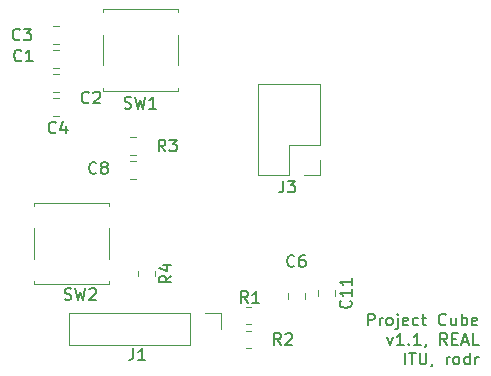
<source format=gbr>
%TF.GenerationSoftware,KiCad,Pcbnew,(5.1.10)-1*%
%TF.CreationDate,2022-01-02T17:41:35+01:00*%
%TF.ProjectId,3DESPWrover,33444553-5057-4726-9f76-65722e6b6963,rev?*%
%TF.SameCoordinates,Original*%
%TF.FileFunction,Legend,Top*%
%TF.FilePolarity,Positive*%
%FSLAX46Y46*%
G04 Gerber Fmt 4.6, Leading zero omitted, Abs format (unit mm)*
G04 Created by KiCad (PCBNEW (5.1.10)-1) date 2022-01-02 17:41:35*
%MOMM*%
%LPD*%
G01*
G04 APERTURE LIST*
%ADD10C,0.150000*%
%ADD11C,0.120000*%
G04 APERTURE END LIST*
D10*
X230202309Y-86051380D02*
X230202309Y-85051380D01*
X230583261Y-85051380D01*
X230678500Y-85099000D01*
X230726119Y-85146619D01*
X230773738Y-85241857D01*
X230773738Y-85384714D01*
X230726119Y-85479952D01*
X230678500Y-85527571D01*
X230583261Y-85575190D01*
X230202309Y-85575190D01*
X231202309Y-86051380D02*
X231202309Y-85384714D01*
X231202309Y-85575190D02*
X231249928Y-85479952D01*
X231297547Y-85432333D01*
X231392785Y-85384714D01*
X231488023Y-85384714D01*
X231964214Y-86051380D02*
X231868976Y-86003761D01*
X231821357Y-85956142D01*
X231773738Y-85860904D01*
X231773738Y-85575190D01*
X231821357Y-85479952D01*
X231868976Y-85432333D01*
X231964214Y-85384714D01*
X232107071Y-85384714D01*
X232202309Y-85432333D01*
X232249928Y-85479952D01*
X232297547Y-85575190D01*
X232297547Y-85860904D01*
X232249928Y-85956142D01*
X232202309Y-86003761D01*
X232107071Y-86051380D01*
X231964214Y-86051380D01*
X232726119Y-85384714D02*
X232726119Y-86241857D01*
X232678500Y-86337095D01*
X232583261Y-86384714D01*
X232535642Y-86384714D01*
X232726119Y-85051380D02*
X232678500Y-85099000D01*
X232726119Y-85146619D01*
X232773738Y-85099000D01*
X232726119Y-85051380D01*
X232726119Y-85146619D01*
X233583261Y-86003761D02*
X233488023Y-86051380D01*
X233297547Y-86051380D01*
X233202309Y-86003761D01*
X233154690Y-85908523D01*
X233154690Y-85527571D01*
X233202309Y-85432333D01*
X233297547Y-85384714D01*
X233488023Y-85384714D01*
X233583261Y-85432333D01*
X233630880Y-85527571D01*
X233630880Y-85622809D01*
X233154690Y-85718047D01*
X234488023Y-86003761D02*
X234392785Y-86051380D01*
X234202309Y-86051380D01*
X234107071Y-86003761D01*
X234059452Y-85956142D01*
X234011833Y-85860904D01*
X234011833Y-85575190D01*
X234059452Y-85479952D01*
X234107071Y-85432333D01*
X234202309Y-85384714D01*
X234392785Y-85384714D01*
X234488023Y-85432333D01*
X234773738Y-85384714D02*
X235154690Y-85384714D01*
X234916595Y-85051380D02*
X234916595Y-85908523D01*
X234964214Y-86003761D01*
X235059452Y-86051380D01*
X235154690Y-86051380D01*
X236821357Y-85956142D02*
X236773738Y-86003761D01*
X236630880Y-86051380D01*
X236535642Y-86051380D01*
X236392785Y-86003761D01*
X236297547Y-85908523D01*
X236249928Y-85813285D01*
X236202309Y-85622809D01*
X236202309Y-85479952D01*
X236249928Y-85289476D01*
X236297547Y-85194238D01*
X236392785Y-85099000D01*
X236535642Y-85051380D01*
X236630880Y-85051380D01*
X236773738Y-85099000D01*
X236821357Y-85146619D01*
X237678500Y-85384714D02*
X237678500Y-86051380D01*
X237249928Y-85384714D02*
X237249928Y-85908523D01*
X237297547Y-86003761D01*
X237392785Y-86051380D01*
X237535642Y-86051380D01*
X237630880Y-86003761D01*
X237678500Y-85956142D01*
X238154690Y-86051380D02*
X238154690Y-85051380D01*
X238154690Y-85432333D02*
X238249928Y-85384714D01*
X238440404Y-85384714D01*
X238535642Y-85432333D01*
X238583261Y-85479952D01*
X238630880Y-85575190D01*
X238630880Y-85860904D01*
X238583261Y-85956142D01*
X238535642Y-86003761D01*
X238440404Y-86051380D01*
X238249928Y-86051380D01*
X238154690Y-86003761D01*
X239440404Y-86003761D02*
X239345166Y-86051380D01*
X239154690Y-86051380D01*
X239059452Y-86003761D01*
X239011833Y-85908523D01*
X239011833Y-85527571D01*
X239059452Y-85432333D01*
X239154690Y-85384714D01*
X239345166Y-85384714D01*
X239440404Y-85432333D01*
X239488023Y-85527571D01*
X239488023Y-85622809D01*
X239011833Y-85718047D01*
X231868976Y-87034714D02*
X232107071Y-87701380D01*
X232345166Y-87034714D01*
X233249928Y-87701380D02*
X232678500Y-87701380D01*
X232964214Y-87701380D02*
X232964214Y-86701380D01*
X232868976Y-86844238D01*
X232773738Y-86939476D01*
X232678500Y-86987095D01*
X233678500Y-87606142D02*
X233726119Y-87653761D01*
X233678500Y-87701380D01*
X233630880Y-87653761D01*
X233678500Y-87606142D01*
X233678500Y-87701380D01*
X234678500Y-87701380D02*
X234107071Y-87701380D01*
X234392785Y-87701380D02*
X234392785Y-86701380D01*
X234297547Y-86844238D01*
X234202309Y-86939476D01*
X234107071Y-86987095D01*
X235154690Y-87653761D02*
X235154690Y-87701380D01*
X235107071Y-87796619D01*
X235059452Y-87844238D01*
X236916595Y-87701380D02*
X236583261Y-87225190D01*
X236345166Y-87701380D02*
X236345166Y-86701380D01*
X236726119Y-86701380D01*
X236821357Y-86749000D01*
X236868976Y-86796619D01*
X236916595Y-86891857D01*
X236916595Y-87034714D01*
X236868976Y-87129952D01*
X236821357Y-87177571D01*
X236726119Y-87225190D01*
X236345166Y-87225190D01*
X237345166Y-87177571D02*
X237678500Y-87177571D01*
X237821357Y-87701380D02*
X237345166Y-87701380D01*
X237345166Y-86701380D01*
X237821357Y-86701380D01*
X238202309Y-87415666D02*
X238678500Y-87415666D01*
X238107071Y-87701380D02*
X238440404Y-86701380D01*
X238773738Y-87701380D01*
X239583261Y-87701380D02*
X239107071Y-87701380D01*
X239107071Y-86701380D01*
X233345166Y-89351380D02*
X233345166Y-88351380D01*
X233678500Y-88351380D02*
X234249928Y-88351380D01*
X233964214Y-89351380D02*
X233964214Y-88351380D01*
X234583261Y-88351380D02*
X234583261Y-89160904D01*
X234630880Y-89256142D01*
X234678500Y-89303761D01*
X234773738Y-89351380D01*
X234964214Y-89351380D01*
X235059452Y-89303761D01*
X235107071Y-89256142D01*
X235154690Y-89160904D01*
X235154690Y-88351380D01*
X235678500Y-89303761D02*
X235678500Y-89351380D01*
X235630880Y-89446619D01*
X235583261Y-89494238D01*
X236868976Y-89351380D02*
X236868976Y-88684714D01*
X236868976Y-88875190D02*
X236916595Y-88779952D01*
X236964214Y-88732333D01*
X237059452Y-88684714D01*
X237154690Y-88684714D01*
X237630880Y-89351380D02*
X237535642Y-89303761D01*
X237488023Y-89256142D01*
X237440404Y-89160904D01*
X237440404Y-88875190D01*
X237488023Y-88779952D01*
X237535642Y-88732333D01*
X237630880Y-88684714D01*
X237773738Y-88684714D01*
X237868976Y-88732333D01*
X237916595Y-88779952D01*
X237964214Y-88875190D01*
X237964214Y-89160904D01*
X237916595Y-89256142D01*
X237868976Y-89303761D01*
X237773738Y-89351380D01*
X237630880Y-89351380D01*
X238821357Y-89351380D02*
X238821357Y-88351380D01*
X238821357Y-89303761D02*
X238726119Y-89351380D01*
X238535642Y-89351380D01*
X238440404Y-89303761D01*
X238392785Y-89256142D01*
X238345166Y-89160904D01*
X238345166Y-88875190D01*
X238392785Y-88779952D01*
X238440404Y-88732333D01*
X238535642Y-88684714D01*
X238726119Y-88684714D01*
X238821357Y-88732333D01*
X239297547Y-89351380D02*
X239297547Y-88684714D01*
X239297547Y-88875190D02*
X239345166Y-88779952D01*
X239392785Y-88732333D01*
X239488023Y-88684714D01*
X239583261Y-88684714D01*
D11*
%TO.C,C1*%
X204096252Y-64235000D02*
X203573748Y-64235000D01*
X204096252Y-62765000D02*
X203573748Y-62765000D01*
%TO.C,C2*%
X204096252Y-66267000D02*
X203573748Y-66267000D01*
X204096252Y-64797000D02*
X203573748Y-64797000D01*
%TO.C,C3*%
X204096252Y-60733000D02*
X203573748Y-60733000D01*
X204096252Y-62203000D02*
X203573748Y-62203000D01*
%TO.C,C4*%
X204096252Y-68299000D02*
X203573748Y-68299000D01*
X204096252Y-66829000D02*
X203573748Y-66829000D01*
%TO.C,C6*%
X224890000Y-83827252D02*
X224890000Y-83304748D01*
X223420000Y-83827252D02*
X223420000Y-83304748D01*
%TO.C,C8*%
X210573252Y-73633000D02*
X210050748Y-73633000D01*
X210573252Y-72163000D02*
X210050748Y-72163000D01*
%TO.C,C11*%
X227430000Y-83050748D02*
X227430000Y-83573252D01*
X225960000Y-83050748D02*
X225960000Y-83573252D01*
%TO.C,R1*%
X219863936Y-85952000D02*
X220318064Y-85952000D01*
X219863936Y-84482000D02*
X220318064Y-84482000D01*
%TO.C,R2*%
X219863936Y-86514000D02*
X220318064Y-86514000D01*
X219863936Y-87984000D02*
X220318064Y-87984000D01*
%TO.C,R3*%
X210539064Y-71601000D02*
X210084936Y-71601000D01*
X210539064Y-70131000D02*
X210084936Y-70131000D01*
%TO.C,J1*%
X217738000Y-85030000D02*
X217738000Y-86360000D01*
X216408000Y-85030000D02*
X217738000Y-85030000D01*
X215138000Y-85030000D02*
X215138000Y-87690000D01*
X215138000Y-87690000D02*
X204918000Y-87690000D01*
X215138000Y-85030000D02*
X204918000Y-85030000D01*
X204918000Y-85030000D02*
X204918000Y-87690000D01*
%TO.C,J3*%
X226120000Y-65599000D02*
X220920000Y-65599000D01*
X226120000Y-70739000D02*
X226120000Y-65599000D01*
X220920000Y-73339000D02*
X220920000Y-65599000D01*
X226120000Y-70739000D02*
X223520000Y-70739000D01*
X223520000Y-70739000D02*
X223520000Y-73339000D01*
X223520000Y-73339000D02*
X220920000Y-73339000D01*
X226120000Y-72009000D02*
X226120000Y-73339000D01*
X226120000Y-73339000D02*
X224790000Y-73339000D01*
%TO.C,SW1*%
X214097000Y-65938000D02*
X214097000Y-66188000D01*
X214097000Y-66188000D02*
X207797000Y-66188000D01*
X207797000Y-66188000D02*
X207797000Y-65938000D01*
X214097000Y-61438000D02*
X214097000Y-64038000D01*
X207797000Y-59538000D02*
X207797000Y-59288000D01*
X207797000Y-59288000D02*
X214097000Y-59288000D01*
X214097000Y-59288000D02*
X214097000Y-59538000D01*
X207797000Y-64038000D02*
X207797000Y-61438000D01*
%TO.C,SW2*%
X201955000Y-80421000D02*
X201955000Y-77821000D01*
X208255000Y-75671000D02*
X208255000Y-75921000D01*
X201955000Y-75671000D02*
X208255000Y-75671000D01*
X201955000Y-75921000D02*
X201955000Y-75671000D01*
X208255000Y-77821000D02*
X208255000Y-80421000D01*
X201955000Y-82571000D02*
X201955000Y-82321000D01*
X208255000Y-82571000D02*
X201955000Y-82571000D01*
X208255000Y-82321000D02*
X208255000Y-82571000D01*
%TO.C,R4*%
X210720000Y-81433936D02*
X210720000Y-81888064D01*
X212190000Y-81433936D02*
X212190000Y-81888064D01*
%TO.C,C1*%
D10*
X200874333Y-63603142D02*
X200826714Y-63650761D01*
X200683857Y-63698380D01*
X200588619Y-63698380D01*
X200445761Y-63650761D01*
X200350523Y-63555523D01*
X200302904Y-63460285D01*
X200255285Y-63269809D01*
X200255285Y-63126952D01*
X200302904Y-62936476D01*
X200350523Y-62841238D01*
X200445761Y-62746000D01*
X200588619Y-62698380D01*
X200683857Y-62698380D01*
X200826714Y-62746000D01*
X200874333Y-62793619D01*
X201826714Y-63698380D02*
X201255285Y-63698380D01*
X201541000Y-63698380D02*
X201541000Y-62698380D01*
X201445761Y-62841238D01*
X201350523Y-62936476D01*
X201255285Y-62984095D01*
%TO.C,C2*%
X206589333Y-67159142D02*
X206541714Y-67206761D01*
X206398857Y-67254380D01*
X206303619Y-67254380D01*
X206160761Y-67206761D01*
X206065523Y-67111523D01*
X206017904Y-67016285D01*
X205970285Y-66825809D01*
X205970285Y-66682952D01*
X206017904Y-66492476D01*
X206065523Y-66397238D01*
X206160761Y-66302000D01*
X206303619Y-66254380D01*
X206398857Y-66254380D01*
X206541714Y-66302000D01*
X206589333Y-66349619D01*
X206970285Y-66349619D02*
X207017904Y-66302000D01*
X207113142Y-66254380D01*
X207351238Y-66254380D01*
X207446476Y-66302000D01*
X207494095Y-66349619D01*
X207541714Y-66444857D01*
X207541714Y-66540095D01*
X207494095Y-66682952D01*
X206922666Y-67254380D01*
X207541714Y-67254380D01*
%TO.C,C3*%
X200747333Y-61825142D02*
X200699714Y-61872761D01*
X200556857Y-61920380D01*
X200461619Y-61920380D01*
X200318761Y-61872761D01*
X200223523Y-61777523D01*
X200175904Y-61682285D01*
X200128285Y-61491809D01*
X200128285Y-61348952D01*
X200175904Y-61158476D01*
X200223523Y-61063238D01*
X200318761Y-60968000D01*
X200461619Y-60920380D01*
X200556857Y-60920380D01*
X200699714Y-60968000D01*
X200747333Y-61015619D01*
X201080666Y-60920380D02*
X201699714Y-60920380D01*
X201366380Y-61301333D01*
X201509238Y-61301333D01*
X201604476Y-61348952D01*
X201652095Y-61396571D01*
X201699714Y-61491809D01*
X201699714Y-61729904D01*
X201652095Y-61825142D01*
X201604476Y-61872761D01*
X201509238Y-61920380D01*
X201223523Y-61920380D01*
X201128285Y-61872761D01*
X201080666Y-61825142D01*
%TO.C,C4*%
X203795333Y-69699142D02*
X203747714Y-69746761D01*
X203604857Y-69794380D01*
X203509619Y-69794380D01*
X203366761Y-69746761D01*
X203271523Y-69651523D01*
X203223904Y-69556285D01*
X203176285Y-69365809D01*
X203176285Y-69222952D01*
X203223904Y-69032476D01*
X203271523Y-68937238D01*
X203366761Y-68842000D01*
X203509619Y-68794380D01*
X203604857Y-68794380D01*
X203747714Y-68842000D01*
X203795333Y-68889619D01*
X204652476Y-69127714D02*
X204652476Y-69794380D01*
X204414380Y-68746761D02*
X204176285Y-69461047D01*
X204795333Y-69461047D01*
%TO.C,C6*%
X223988333Y-81002142D02*
X223940714Y-81049761D01*
X223797857Y-81097380D01*
X223702619Y-81097380D01*
X223559761Y-81049761D01*
X223464523Y-80954523D01*
X223416904Y-80859285D01*
X223369285Y-80668809D01*
X223369285Y-80525952D01*
X223416904Y-80335476D01*
X223464523Y-80240238D01*
X223559761Y-80145000D01*
X223702619Y-80097380D01*
X223797857Y-80097380D01*
X223940714Y-80145000D01*
X223988333Y-80192619D01*
X224845476Y-80097380D02*
X224655000Y-80097380D01*
X224559761Y-80145000D01*
X224512142Y-80192619D01*
X224416904Y-80335476D01*
X224369285Y-80525952D01*
X224369285Y-80906904D01*
X224416904Y-81002142D01*
X224464523Y-81049761D01*
X224559761Y-81097380D01*
X224750238Y-81097380D01*
X224845476Y-81049761D01*
X224893095Y-81002142D01*
X224940714Y-80906904D01*
X224940714Y-80668809D01*
X224893095Y-80573571D01*
X224845476Y-80525952D01*
X224750238Y-80478333D01*
X224559761Y-80478333D01*
X224464523Y-80525952D01*
X224416904Y-80573571D01*
X224369285Y-80668809D01*
%TO.C,C8*%
X207224333Y-73128142D02*
X207176714Y-73175761D01*
X207033857Y-73223380D01*
X206938619Y-73223380D01*
X206795761Y-73175761D01*
X206700523Y-73080523D01*
X206652904Y-72985285D01*
X206605285Y-72794809D01*
X206605285Y-72651952D01*
X206652904Y-72461476D01*
X206700523Y-72366238D01*
X206795761Y-72271000D01*
X206938619Y-72223380D01*
X207033857Y-72223380D01*
X207176714Y-72271000D01*
X207224333Y-72318619D01*
X207795761Y-72651952D02*
X207700523Y-72604333D01*
X207652904Y-72556714D01*
X207605285Y-72461476D01*
X207605285Y-72413857D01*
X207652904Y-72318619D01*
X207700523Y-72271000D01*
X207795761Y-72223380D01*
X207986238Y-72223380D01*
X208081476Y-72271000D01*
X208129095Y-72318619D01*
X208176714Y-72413857D01*
X208176714Y-72461476D01*
X208129095Y-72556714D01*
X208081476Y-72604333D01*
X207986238Y-72651952D01*
X207795761Y-72651952D01*
X207700523Y-72699571D01*
X207652904Y-72747190D01*
X207605285Y-72842428D01*
X207605285Y-73032904D01*
X207652904Y-73128142D01*
X207700523Y-73175761D01*
X207795761Y-73223380D01*
X207986238Y-73223380D01*
X208081476Y-73175761D01*
X208129095Y-73128142D01*
X208176714Y-73032904D01*
X208176714Y-72842428D01*
X208129095Y-72747190D01*
X208081476Y-72699571D01*
X207986238Y-72651952D01*
%TO.C,C11*%
X228732142Y-83954857D02*
X228779761Y-84002476D01*
X228827380Y-84145333D01*
X228827380Y-84240571D01*
X228779761Y-84383428D01*
X228684523Y-84478666D01*
X228589285Y-84526285D01*
X228398809Y-84573904D01*
X228255952Y-84573904D01*
X228065476Y-84526285D01*
X227970238Y-84478666D01*
X227875000Y-84383428D01*
X227827380Y-84240571D01*
X227827380Y-84145333D01*
X227875000Y-84002476D01*
X227922619Y-83954857D01*
X228827380Y-83002476D02*
X228827380Y-83573904D01*
X228827380Y-83288190D02*
X227827380Y-83288190D01*
X227970238Y-83383428D01*
X228065476Y-83478666D01*
X228113095Y-83573904D01*
X228827380Y-82050095D02*
X228827380Y-82621523D01*
X228827380Y-82335809D02*
X227827380Y-82335809D01*
X227970238Y-82431047D01*
X228065476Y-82526285D01*
X228113095Y-82621523D01*
%TO.C,R1*%
X220051333Y-84145380D02*
X219718000Y-83669190D01*
X219479904Y-84145380D02*
X219479904Y-83145380D01*
X219860857Y-83145380D01*
X219956095Y-83193000D01*
X220003714Y-83240619D01*
X220051333Y-83335857D01*
X220051333Y-83478714D01*
X220003714Y-83573952D01*
X219956095Y-83621571D01*
X219860857Y-83669190D01*
X219479904Y-83669190D01*
X221003714Y-84145380D02*
X220432285Y-84145380D01*
X220718000Y-84145380D02*
X220718000Y-83145380D01*
X220622761Y-83288238D01*
X220527523Y-83383476D01*
X220432285Y-83431095D01*
%TO.C,R2*%
X222845333Y-87701380D02*
X222512000Y-87225190D01*
X222273904Y-87701380D02*
X222273904Y-86701380D01*
X222654857Y-86701380D01*
X222750095Y-86749000D01*
X222797714Y-86796619D01*
X222845333Y-86891857D01*
X222845333Y-87034714D01*
X222797714Y-87129952D01*
X222750095Y-87177571D01*
X222654857Y-87225190D01*
X222273904Y-87225190D01*
X223226285Y-86796619D02*
X223273904Y-86749000D01*
X223369142Y-86701380D01*
X223607238Y-86701380D01*
X223702476Y-86749000D01*
X223750095Y-86796619D01*
X223797714Y-86891857D01*
X223797714Y-86987095D01*
X223750095Y-87129952D01*
X223178666Y-87701380D01*
X223797714Y-87701380D01*
%TO.C,R3*%
X213066333Y-71318380D02*
X212733000Y-70842190D01*
X212494904Y-71318380D02*
X212494904Y-70318380D01*
X212875857Y-70318380D01*
X212971095Y-70366000D01*
X213018714Y-70413619D01*
X213066333Y-70508857D01*
X213066333Y-70651714D01*
X213018714Y-70746952D01*
X212971095Y-70794571D01*
X212875857Y-70842190D01*
X212494904Y-70842190D01*
X213399666Y-70318380D02*
X214018714Y-70318380D01*
X213685380Y-70699333D01*
X213828238Y-70699333D01*
X213923476Y-70746952D01*
X213971095Y-70794571D01*
X214018714Y-70889809D01*
X214018714Y-71127904D01*
X213971095Y-71223142D01*
X213923476Y-71270761D01*
X213828238Y-71318380D01*
X213542523Y-71318380D01*
X213447285Y-71270761D01*
X213399666Y-71223142D01*
%TO.C,J1*%
X210359666Y-87971380D02*
X210359666Y-88685666D01*
X210312047Y-88828523D01*
X210216809Y-88923761D01*
X210073952Y-88971380D01*
X209978714Y-88971380D01*
X211359666Y-88971380D02*
X210788238Y-88971380D01*
X211073952Y-88971380D02*
X211073952Y-87971380D01*
X210978714Y-88114238D01*
X210883476Y-88209476D01*
X210788238Y-88257095D01*
%TO.C,J3*%
X223059666Y-73791380D02*
X223059666Y-74505666D01*
X223012047Y-74648523D01*
X222916809Y-74743761D01*
X222773952Y-74791380D01*
X222678714Y-74791380D01*
X223440619Y-73791380D02*
X224059666Y-73791380D01*
X223726333Y-74172333D01*
X223869190Y-74172333D01*
X223964428Y-74219952D01*
X224012047Y-74267571D01*
X224059666Y-74362809D01*
X224059666Y-74600904D01*
X224012047Y-74696142D01*
X223964428Y-74743761D01*
X223869190Y-74791380D01*
X223583476Y-74791380D01*
X223488238Y-74743761D01*
X223440619Y-74696142D01*
%TO.C,SW1*%
X209613666Y-67642761D02*
X209756523Y-67690380D01*
X209994619Y-67690380D01*
X210089857Y-67642761D01*
X210137476Y-67595142D01*
X210185095Y-67499904D01*
X210185095Y-67404666D01*
X210137476Y-67309428D01*
X210089857Y-67261809D01*
X209994619Y-67214190D01*
X209804142Y-67166571D01*
X209708904Y-67118952D01*
X209661285Y-67071333D01*
X209613666Y-66976095D01*
X209613666Y-66880857D01*
X209661285Y-66785619D01*
X209708904Y-66738000D01*
X209804142Y-66690380D01*
X210042238Y-66690380D01*
X210185095Y-66738000D01*
X210518428Y-66690380D02*
X210756523Y-67690380D01*
X210947000Y-66976095D01*
X211137476Y-67690380D01*
X211375571Y-66690380D01*
X212280333Y-67690380D02*
X211708904Y-67690380D01*
X211994619Y-67690380D02*
X211994619Y-66690380D01*
X211899380Y-66833238D01*
X211804142Y-66928476D01*
X211708904Y-66976095D01*
%TO.C,SW2*%
X204533666Y-83843761D02*
X204676523Y-83891380D01*
X204914619Y-83891380D01*
X205009857Y-83843761D01*
X205057476Y-83796142D01*
X205105095Y-83700904D01*
X205105095Y-83605666D01*
X205057476Y-83510428D01*
X205009857Y-83462809D01*
X204914619Y-83415190D01*
X204724142Y-83367571D01*
X204628904Y-83319952D01*
X204581285Y-83272333D01*
X204533666Y-83177095D01*
X204533666Y-83081857D01*
X204581285Y-82986619D01*
X204628904Y-82939000D01*
X204724142Y-82891380D01*
X204962238Y-82891380D01*
X205105095Y-82939000D01*
X205438428Y-82891380D02*
X205676523Y-83891380D01*
X205867000Y-83177095D01*
X206057476Y-83891380D01*
X206295571Y-82891380D01*
X206628904Y-82986619D02*
X206676523Y-82939000D01*
X206771761Y-82891380D01*
X207009857Y-82891380D01*
X207105095Y-82939000D01*
X207152714Y-82986619D01*
X207200333Y-83081857D01*
X207200333Y-83177095D01*
X207152714Y-83319952D01*
X206581285Y-83891380D01*
X207200333Y-83891380D01*
%TO.C,R4*%
X213557380Y-81827666D02*
X213081190Y-82161000D01*
X213557380Y-82399095D02*
X212557380Y-82399095D01*
X212557380Y-82018142D01*
X212605000Y-81922904D01*
X212652619Y-81875285D01*
X212747857Y-81827666D01*
X212890714Y-81827666D01*
X212985952Y-81875285D01*
X213033571Y-81922904D01*
X213081190Y-82018142D01*
X213081190Y-82399095D01*
X212890714Y-80970523D02*
X213557380Y-80970523D01*
X212509761Y-81208619D02*
X213224047Y-81446714D01*
X213224047Y-80827666D01*
%TD*%
M02*

</source>
